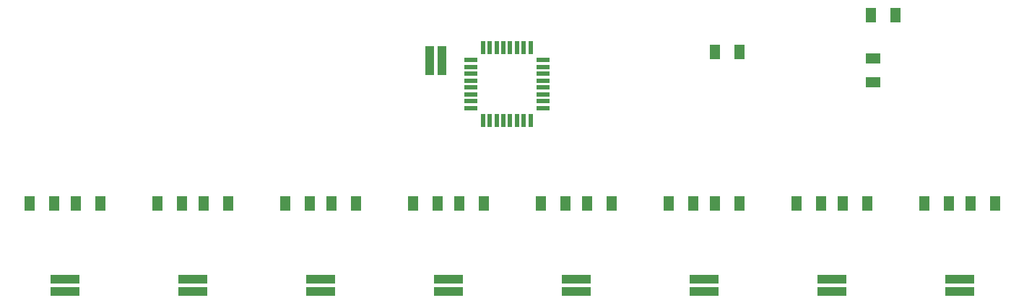
<source format=gbr>
G04 #@! TF.GenerationSoftware,KiCad,Pcbnew,(6.0.0-rc1-dev-313-g8db361882)*
G04 #@! TF.CreationDate,2018-09-01T22:17:23+02:00*
G04 #@! TF.ProjectId,Muxtemp,4D757874656D702E6B696361645F7063,rev?*
G04 #@! TF.SameCoordinates,Original*
G04 #@! TF.FileFunction,Paste,Bot*
G04 #@! TF.FilePolarity,Positive*
%FSLAX46Y46*%
G04 Gerber Fmt 4.6, Leading zero omitted, Abs format (unit mm)*
G04 Created by KiCad (PCBNEW (6.0.0-rc1-dev-313-g8db361882)) date 09/01/18 22:17:23*
%MOMM*%
%LPD*%
G01*
G04 APERTURE LIST*
%ADD10R,1.600000X0.550000*%
%ADD11R,0.550000X1.600000*%
%ADD12R,1.220000X1.800000*%
%ADD13R,1.070000X3.400000*%
%ADD14R,3.400000X1.070000*%
%ADD15R,1.800000X1.220000*%
G04 APERTURE END LIST*
D10*
G04 #@! TO.C,U1*
X145220000Y-83560000D03*
X145220000Y-84360000D03*
X145220000Y-85160000D03*
X145220000Y-85960000D03*
X145220000Y-86760000D03*
X145220000Y-87560000D03*
X145220000Y-88360000D03*
X145220000Y-89160000D03*
D11*
X143770000Y-90610000D03*
X142970000Y-90610000D03*
X142170000Y-90610000D03*
X141370000Y-90610000D03*
X140570000Y-90610000D03*
X139770000Y-90610000D03*
X138970000Y-90610000D03*
X138170000Y-90610000D03*
D10*
X136720000Y-89160000D03*
X136720000Y-88360000D03*
X136720000Y-87560000D03*
X136720000Y-86760000D03*
X136720000Y-85960000D03*
X136720000Y-85160000D03*
X136720000Y-84360000D03*
X136720000Y-83560000D03*
D11*
X138170000Y-82110000D03*
X138970000Y-82110000D03*
X139770000Y-82110000D03*
X140570000Y-82110000D03*
X141370000Y-82110000D03*
X142170000Y-82110000D03*
X142970000Y-82110000D03*
X143770000Y-82110000D03*
G04 #@! TD*
D12*
G04 #@! TO.C,R17*
X168214000Y-82550000D03*
X165354000Y-82550000D03*
G04 #@! TD*
D13*
G04 #@! TO.C,JP9*
X133350000Y-83566000D03*
X131900000Y-83566000D03*
G04 #@! TD*
D14*
G04 #@! TO.C,JP7*
X179070000Y-110670000D03*
X179070000Y-109220000D03*
G04 #@! TD*
G04 #@! TO.C,JP6*
X164084000Y-109220000D03*
X164084000Y-110670000D03*
G04 #@! TD*
G04 #@! TO.C,JP1*
X89154000Y-110670000D03*
X89154000Y-109220000D03*
G04 #@! TD*
G04 #@! TO.C,JP2*
X104140000Y-109220000D03*
X104140000Y-110670000D03*
G04 #@! TD*
G04 #@! TO.C,JP8*
X194056000Y-110670000D03*
X194056000Y-109220000D03*
G04 #@! TD*
G04 #@! TO.C,JP5*
X149098000Y-109220000D03*
X149098000Y-110670000D03*
G04 #@! TD*
G04 #@! TO.C,JP4*
X134112000Y-110670000D03*
X134112000Y-109220000D03*
G04 #@! TD*
G04 #@! TO.C,JP3*
X119126000Y-109220000D03*
X119126000Y-110670000D03*
G04 #@! TD*
D15*
G04 #@! TO.C,R18*
X183896000Y-86172000D03*
X183896000Y-83312000D03*
G04 #@! TD*
D12*
G04 #@! TO.C,F1*
X186502000Y-78232000D03*
X183642000Y-78232000D03*
G04 #@! TD*
G04 #@! TO.C,R7*
X180340000Y-100330000D03*
X183200000Y-100330000D03*
G04 #@! TD*
G04 #@! TO.C,R3*
X123256000Y-100330000D03*
X120396000Y-100330000D03*
G04 #@! TD*
G04 #@! TO.C,R15*
X174940000Y-100330000D03*
X177800000Y-100330000D03*
G04 #@! TD*
G04 #@! TO.C,R14*
X162814000Y-100330000D03*
X159954000Y-100330000D03*
G04 #@! TD*
G04 #@! TO.C,R13*
X144968000Y-100330000D03*
X147828000Y-100330000D03*
G04 #@! TD*
G04 #@! TO.C,R12*
X132842000Y-100330000D03*
X129982000Y-100330000D03*
G04 #@! TD*
G04 #@! TO.C,R11*
X114996000Y-100330000D03*
X117856000Y-100330000D03*
G04 #@! TD*
G04 #@! TO.C,R10*
X102870000Y-100330000D03*
X100010000Y-100330000D03*
G04 #@! TD*
G04 #@! TO.C,R6*
X165354000Y-100330000D03*
X168214000Y-100330000D03*
G04 #@! TD*
G04 #@! TO.C,R5*
X153228000Y-100330000D03*
X150368000Y-100330000D03*
G04 #@! TD*
G04 #@! TO.C,R4*
X135382000Y-100330000D03*
X138242000Y-100330000D03*
G04 #@! TD*
G04 #@! TO.C,R1*
X93284000Y-100330000D03*
X90424000Y-100330000D03*
G04 #@! TD*
G04 #@! TO.C,R2*
X105410000Y-100330000D03*
X108270000Y-100330000D03*
G04 #@! TD*
G04 #@! TO.C,R9*
X87884000Y-100330000D03*
X85024000Y-100330000D03*
G04 #@! TD*
G04 #@! TO.C,R8*
X195326000Y-100330000D03*
X198186000Y-100330000D03*
G04 #@! TD*
G04 #@! TO.C,R16*
X192786000Y-100330000D03*
X189926000Y-100330000D03*
G04 #@! TD*
M02*

</source>
